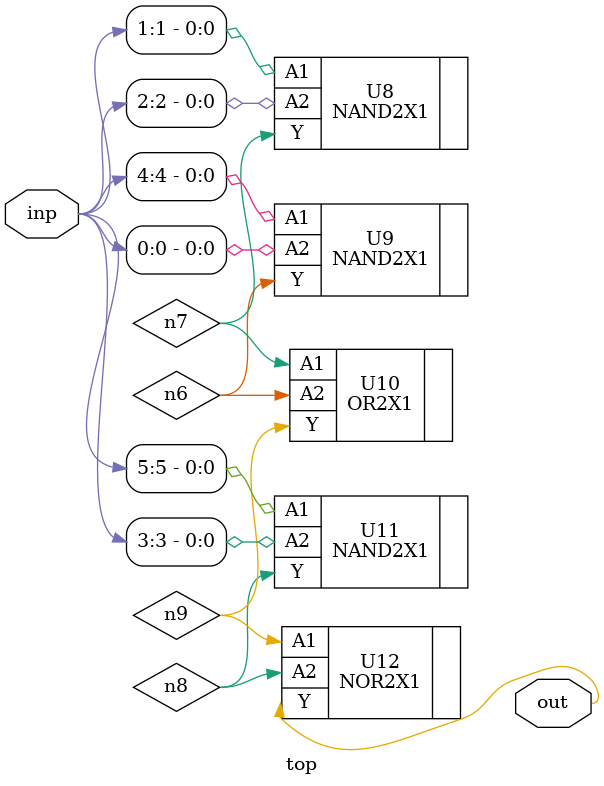
<source format=sv>


module top ( inp, out );
  input [5:0] inp;
  output out;
  wire   n6, n7, n8, n9;

  NAND2X1 U8 ( .A1(inp[1]), .A2(inp[2]), .Y(n7) );
  NAND2X1 U9 ( .A1(inp[4]), .A2(inp[0]), .Y(n6) );
  OR2X1 U10 ( .A1(n7), .A2(n6), .Y(n9) );
  NAND2X1 U11 ( .A1(inp[5]), .A2(inp[3]), .Y(n8) );
  NOR2X1 U12 ( .A1(n9), .A2(n8), .Y(out) );
endmodule


</source>
